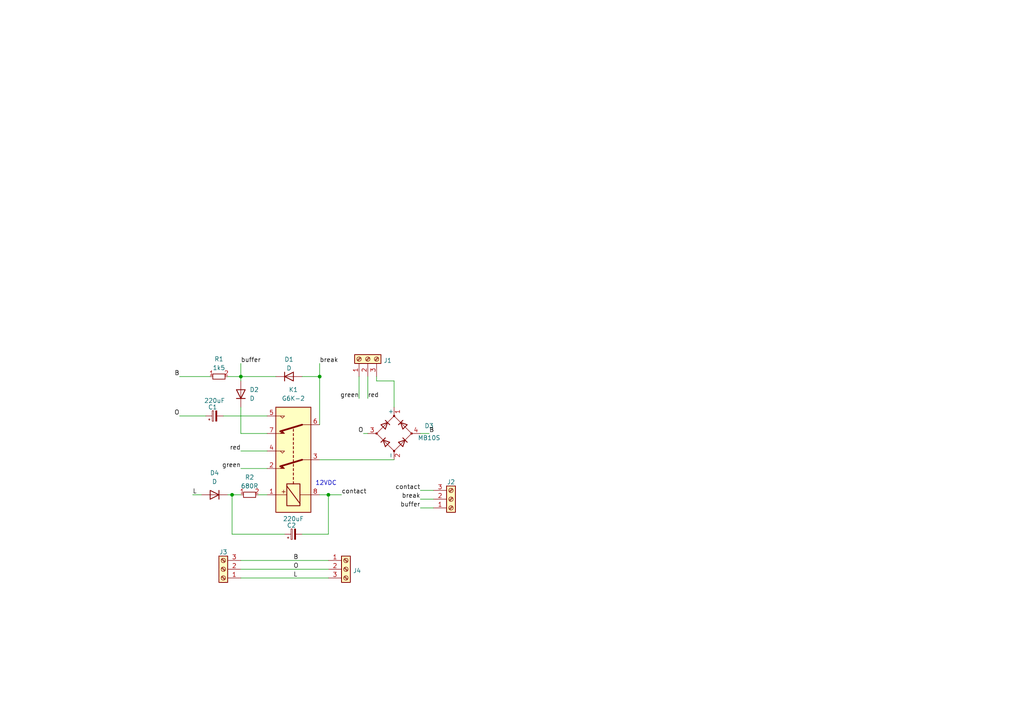
<source format=kicad_sch>
(kicad_sch (version 20230121) (generator eeschema)
  (paper "A4")
  (lib_symbols
    (symbol "Connector:Screw_Terminal_01x03" (pin_names (offset 1.016) hide)
      (property "Reference" "J" (at 0 5.08 0))
      (property "Value" "Screw_Terminal_01x03" (at 0 -5.08 0))
      (symbol "Screw_Terminal_01x03_1_1"
        (rectangle (start -1.27 3.81) (end 1.27 -3.81) (stroke (width 0.254)) (fill (type background)))
        (circle (center 0 -2.54) (radius 0.635) (stroke (width 0.1524)))
        (polyline (pts (xy -0.5334 -2.2098) (xy 0.3302 -3.048)) (stroke (width 0.1524)))
        (polyline (pts (xy -0.5334 0.3302) (xy 0.3302 -0.508)) (stroke (width 0.1524)))
        (polyline (pts (xy -0.5334 2.8702) (xy 0.3302 2.032)) (stroke (width 0.1524)))
        (polyline (pts (xy -0.3556 -2.032) (xy 0.508 -2.8702)) (stroke (width 0.1524)))
        (polyline (pts (xy -0.3556 0.508) (xy 0.508 -0.3302)) (stroke (width 0.1524)))
        (polyline (pts (xy -0.3556 3.048) (xy 0.508 2.2098)) (stroke (width 0.1524)))
        (circle (center 0 0) (radius 0.635) (stroke (width 0.1524)))
        (circle (center 0 2.54) (radius 0.635) (stroke (width 0.1524)))
        (pin passive line (at -5.08 2.54 0) (length 3.81) (name "Pin_1") (number "1"))
        (pin passive line (at -5.08 0 0) (length 3.81) (name "Pin_2") (number "2"))
        (pin passive line (at -5.08 -2.54 0) (length 3.81) (name "Pin_3") (number "3"))
      )
    )
    (symbol "Device:C_Polarized_Small" (pin_numbers hide) (pin_names (offset 0.254) hide)
      (property "Reference" "C" (at 0.254 1.778 0))
      (property "Value" "C_Polarized_Small" (at 0.254 -2.032 0))
      (symbol "C_Polarized_Small_0_1"
        (rectangle (start -1.524 -0.3048) (end 1.524 -0.6858) (fill (type outline)))
        (rectangle (start -1.524 0.6858) (end 1.524 0.3048))
        (polyline (pts (xy -1.27 1.524) (xy -0.762 1.524)))
        (polyline (pts (xy -1.016 1.27) (xy -1.016 1.778)))
      )
      (symbol "C_Polarized_Small_1_1"
        (pin passive line (at 0 2.54 270) (length 1.8542) (name "~") (number "1"))
        (pin passive line (at 0 -2.54 90) (length 1.8542) (name "~") (number "2"))
      )
    )
    (symbol "Device:D" (pin_numbers hide) (pin_names (offset 1.016) hide)
      (property "Reference" "D" (at 0 2.54 0))
      (property "Value" "D" (at 0 -2.54 0))
      (symbol "D_0_1"
        (polyline (pts (xy -1.27 1.27) (xy -1.27 -1.27)) (stroke (width 0.254)))
        (polyline (pts (xy 1.27 0) (xy -1.27 0)))
        (polyline (pts (xy 1.27 1.27) (xy 1.27 -1.27) (xy -1.27 0) (xy 1.27 1.27)) (stroke (width 0.254)))
      )
      (symbol "D_1_1"
        (pin passive line (at -3.81 0 0) (length 2.54) (name "K") (number "1"))
        (pin passive line (at 3.81 0 180) (length 2.54) (name "A") (number "2"))
      )
    )
    (symbol "Relay:G6K-2"
      (property "Reference" "K" (at 16.51 3.81 0))
      (property "Value" "G6K-2" (at 16.51 1.27 0))
      (symbol "G6K-2_0_0"
        (text "+" (at -9.271 2.921 0) (effects (font (size 1.27 1.27))))
      )
      (symbol "G6K-2_0_1"
        (rectangle (start -15.24 5.08) (end 15.24 -5.08) (stroke (width 0.254)) (fill (type background)))
        (rectangle (start -13.335 1.905) (end -6.985 -1.905) (stroke (width 0.254)))
        (polyline (pts (xy -12.7 -1.905) (xy -7.62 1.905)) (stroke (width 0.254)))
        (polyline (pts (xy -10.16 -5.08) (xy -10.16 -1.905)))
        (polyline (pts (xy -10.16 5.08) (xy -10.16 1.905)))
        (polyline (pts (xy -6.985 0) (xy -6.35 0)) (stroke (width 0.254)))
        (polyline (pts (xy -5.715 0) (xy -5.08 0)) (stroke (width 0.254)))
        (polyline (pts (xy -4.445 0) (xy -3.81 0)) (stroke (width 0.254)))
        (polyline (pts (xy -3.175 0) (xy -2.54 0)) (stroke (width 0.254)))
        (polyline (pts (xy -1.905 0) (xy -1.27 0)) (stroke (width 0.254)))
        (polyline (pts (xy -0.635 0) (xy 0 0)) (stroke (width 0.254)))
        (polyline (pts (xy 0 -2.54) (xy -1.905 3.81)) (stroke (width 0.508)))
        (polyline (pts (xy 0 -2.54) (xy 0 -5.08)))
        (polyline (pts (xy 0.635 0) (xy 1.27 0)) (stroke (width 0.254)))
        (polyline (pts (xy 1.905 0) (xy 2.54 0)) (stroke (width 0.254)))
        (polyline (pts (xy 3.175 0) (xy 3.81 0)) (stroke (width 0.254)))
        (polyline (pts (xy 4.445 0) (xy 5.08 0)) (stroke (width 0.254)))
        (polyline (pts (xy 5.715 0) (xy 6.35 0)) (stroke (width 0.254)))
        (polyline (pts (xy 6.985 0) (xy 7.62 0)) (stroke (width 0.254)))
        (polyline (pts (xy 8.255 0) (xy 8.89 0)) (stroke (width 0.254)))
        (polyline (pts (xy 10.16 -2.54) (xy 8.255 3.81)) (stroke (width 0.508)))
        (polyline (pts (xy 10.16 -2.54) (xy 10.16 -5.08)))
        (polyline (pts (xy -2.54 5.08) (xy -2.54 2.54) (xy -1.905 3.175) (xy -2.54 3.81)) (fill (type outline)))
        (polyline (pts (xy 2.54 5.08) (xy 2.54 2.54) (xy 1.905 3.175) (xy 2.54 3.81)))
        (polyline (pts (xy 7.62 5.08) (xy 7.62 2.54) (xy 8.255 3.175) (xy 7.62 3.81)) (fill (type outline)))
        (polyline (pts (xy 12.7 5.08) (xy 12.7 2.54) (xy 12.065 3.175) (xy 12.7 3.81)))
      )
      (symbol "G6K-2_1_1"
        (pin passive line (at -10.16 7.62 270) (length 2.54) (name "~") (number "1"))
        (pin passive line (at -2.54 7.62 270) (length 2.54) (name "~") (number "2"))
        (pin passive line (at 0 -7.62 90) (length 2.54) (name "~") (number "3"))
        (pin passive line (at 2.54 7.62 270) (length 2.54) (name "~") (number "4"))
        (pin passive line (at 12.7 7.62 270) (length 2.54) (name "~") (number "5"))
        (pin passive line (at 10.16 -7.62 90) (length 2.54) (name "~") (number "6"))
        (pin passive line (at 7.62 7.62 270) (length 2.54) (name "~") (number "7"))
        (pin passive line (at -10.16 -7.62 90) (length 2.54) (name "~") (number "8"))
      )
    )
    (symbol "custom_kicad_lib_sk:MB10S" (pin_names (offset 0))
      (property "Reference" "D" (at 2.54 6.985 0))
      (property "Value" "MB10S" (at 2.54 5.08 0))
      (symbol "MB10S_0_1"
        (circle (center -5.08 0) (radius 0.254) (fill (type outline)))
        (circle (center 0 -5.08) (radius 0.254) (fill (type outline)))
        (polyline (pts (xy -2.54 3.81) (xy -1.27 2.54)) (stroke (width 0.254)))
        (polyline (pts (xy -1.27 -2.54) (xy -2.54 -3.81)) (stroke (width 0.254)))
        (polyline (pts (xy 2.54 -1.27) (xy 3.81 -2.54)) (stroke (width 0.254)))
        (polyline (pts (xy 2.54 1.27) (xy 3.81 2.54)) (stroke (width 0.254)))
        (polyline (pts (xy -3.81 2.54) (xy -2.54 1.27) (xy -1.905 3.175) (xy -3.81 2.54)) (stroke (width 0.254)))
        (polyline (pts (xy -2.54 -1.27) (xy -3.81 -2.54) (xy -1.905 -3.175) (xy -2.54 -1.27)) (stroke (width 0.254)))
        (polyline (pts (xy 1.27 2.54) (xy 2.54 3.81) (xy 3.175 1.905) (xy 1.27 2.54)) (stroke (width 0.254)))
        (polyline (pts (xy 3.175 -1.905) (xy 1.27 -2.54) (xy 2.54 -3.81) (xy 3.175 -1.905)) (stroke (width 0.254)))
        (polyline (pts (xy -5.08 0) (xy 0 -5.08) (xy 5.08 0) (xy 0 5.08) (xy -5.08 0)))
        (circle (center 0 5.08) (radius 0.254) (fill (type outline)))
        (circle (center 5.08 0) (radius 0.254) (fill (type outline)))
      )
      (symbol "MB10S_1_1"
        (pin passive line (at 7.62 0 180) (length 2.54) (name "+") (number "1"))
        (pin passive line (at -7.62 0 0) (length 2.54) (name "-") (number "2"))
        (pin passive line (at 0 7.62 270) (length 2.54) (name "~") (number "3"))
        (pin passive line (at 0 -7.62 90) (length 2.54) (name "~") (number "4"))
      )
    )
    (symbol "resistors_0603:R_680R_0603"
      (property "Reference" "R" (at 1.27 2.54 0))
      (property "Value" "680R" (at 2.54 -2.54 0))
      (symbol "R_680R_0603_0_1"
        (rectangle (start -0.762 1.778) (end 0.762 -1.778) (stroke (width 0.2032)))
      )
      (symbol "R_680R_0603_1_1"
        (pin passive line (at 0 2.54 270) (length 0.762) (name "~") (number "1"))
        (pin passive line (at 0 -2.54 90) (length 0.762) (name "~") (number "2"))
      )
    )
    (symbol "resistors_0805:R_1k5_0805"
      (property "Reference" "R" (at 1.27 2.54 0))
      (property "Value" "1k5" (at 2.54 -2.54 0))
      (symbol "R_1k5_0805_0_1"
        (rectangle (start -0.762 1.778) (end 0.762 -1.778) (stroke (width 0.2032)))
      )
      (symbol "R_1k5_0805_1_1"
        (pin passive line (at 0 2.54 270) (length 0.762) (name "~") (number "1"))
        (pin passive line (at 0 -2.54 90) (length 0.762) (name "~") (number "2"))
      )
    )
  )
  (junction (at 69.85 109.22))
  (junction (at 95.25 143.51))
  (junction (at 67.31 143.51))
  (junction (at 92.71 109.22))
  (wire (pts (xy 52.07 120.65) (xy 59.69 120.65)))
  (wire (pts (xy 69.85 125.73) (xy 77.47 125.73)))
  (wire (pts (xy 77.47 135.89) (xy 69.85 135.89)))
  (wire (pts (xy 69.85 162.56) (xy 95.25 162.56)))
  (wire (pts (xy 92.71 109.22) (xy 87.63 109.22)))
  (wire (pts (xy 104.14 109.22) (xy 104.14 115.57)))
  (wire (pts (xy 77.47 130.81) (xy 69.85 130.81)))
  (wire (pts (xy 95.25 143.51) (xy 99.06 143.51)))
  (wire (pts (xy 125.73 147.32) (xy 121.92 147.32)))
  (wire (pts (xy 92.71 143.51) (xy 95.25 143.51)))
  (wire (pts (xy 69.85 105.41) (xy 69.85 109.22)))
  (wire (pts (xy 125.73 144.78) (xy 121.92 144.78)))
  (wire (pts (xy 67.31 143.51) (xy 69.85 143.51)))
  (wire (pts (xy 109.22 109.22) (xy 109.22 110.49)))
  (wire (pts (xy 69.85 109.22) (xy 69.85 110.49)))
  (wire (pts (xy 109.22 110.49) (xy 114.3 110.49)))
  (wire (pts (xy 74.93 143.51) (xy 77.47 143.51)))
  (wire (pts (xy 64.77 120.65) (xy 77.47 120.65)))
  (wire (pts (xy 66.04 143.51) (xy 67.31 143.51)))
  (wire (pts (xy 66.04 109.22) (xy 69.85 109.22)))
  (wire (pts (xy 80.01 109.22) (xy 69.85 109.22)))
  (wire (pts (xy 125.73 142.24) (xy 121.92 142.24)))
  (wire (pts (xy 87.63 154.94) (xy 95.25 154.94)))
  (wire (pts (xy 114.3 110.49) (xy 114.3 118.11)))
  (wire (pts (xy 52.07 109.22) (xy 60.96 109.22)))
  (wire (pts (xy 67.31 154.94) (xy 82.55 154.94)))
  (wire (pts (xy 92.71 123.19) (xy 92.71 109.22)))
  (wire (pts (xy 121.92 125.73) (xy 124.46 125.73)))
  (wire (pts (xy 92.71 105.41) (xy 92.71 109.22)))
  (wire (pts (xy 67.31 154.94) (xy 67.31 143.51)))
  (wire (pts (xy 95.25 154.94) (xy 95.25 143.51)))
  (wire (pts (xy 105.41 125.73) (xy 106.68 125.73)))
  (wire (pts (xy 69.85 167.64) (xy 95.25 167.64)))
  (wire (pts (xy 55.88 143.51) (xy 58.42 143.51)))
  (wire (pts (xy 69.85 118.11) (xy 69.85 125.73)))
  (wire (pts (xy 92.71 133.35) (xy 114.3 133.35)))
  (wire (pts (xy 106.68 109.22) (xy 106.68 115.57)))
  (wire (pts (xy 69.85 165.1) (xy 95.25 165.1)))
  (text "12VDC" (at 91.44 140.97 0) (effects (font (size 1.27 1.27)) (justify left bottom)))
  (label "B" (at 124.46 125.73 0))
  (label "buffer" (at 121.92 147.32 180))
  (label "B" (at 52.07 109.22 180))
  (label "O" (at 85.09 165.1 0))
  (label "B" (at 85.09 162.56 0))
  (label "L" (at 85.09 167.64 0))
  (label "red" (at 106.68 115.57 0))
  (label "break" (at 92.71 105.41 0))
  (label "O" (at 105.41 125.73 180))
  (label "red" (at 69.85 130.81 180))
  (label "L" (at 55.88 143.51 0))
  (label "contact" (at 99.06 143.51 0))
  (label "contact" (at 121.92 142.24 180))
  (label "O" (at 52.07 120.65 180))
  (label "buffer" (at 69.85 105.41 0))
  (label "break" (at 121.92 144.78 180))
  (label "green" (at 104.14 115.57 180))
  (label "green" (at 69.85 135.89 180))
  (symbol (lib_id "Device:D") (at 69.85 114.3 90) (unit 1)
    (property "Reference" "D2" (at 72.39 113.03 90) (effects (justify right)))
    (property "Value" "D" (at 72.39 115.57 90) (effects (justify right)))
    (property "Footprint" "Diode_SMD:D_SOD-123F" (effects hide))
    (property "JLCPCB Part#" "C64898" (effects hide))
  )
  (symbol (lib_id "Device:C_Polarized_Small") (at 85.09 154.94 90) (unit 1)
    (property "Reference" "C2" (at 84.5439 152.3802 90))
    (property "Value" "220uF" (at 85.09 150.495 90))
    (property "Footprint" "Capacitor_SMD:CP_Elec_8x10" (effects hide))
    (property "JLCPCB Part#" "C136294" (effects hide))
  )
  (symbol (lib_id "Connector:Screw_Terminal_01x03") (at 130.81 144.78 0) (mirror x) (unit 1)
    (property "Reference" "J2" (at 130.81 139.8072 0))
    (property "Value" "Screw_Terminal_01x03" (effects hide))
    (property "Footprint" "Connector_Phoenix_MC:PhoenixContact_MC_1,5_3-G-3.81_1x03_P3.81mm_Horizontal" (effects hide))
  )
  (symbol (lib_id "Relay:G6K-2") (at 85.09 133.35 90) (unit 1)
    (property "Reference" "K1" (at 85.09 113.03 90))
    (property "Value" "G6K-2" (at 85.09 115.57 90))
    (property "Footprint" "Relay_SMD:Relay_DPDT_Omron_G6K-2F-Y" (effects hide))
    (property "Datasheet" "http://omronfs.omron.com/en_US/ecb/products/pdf/en-g6k.pdf" (effects hide))
    (property "JLCPCB Part#" "C397192" (effects hide))
  )
  (symbol (lib_id "custom_kicad_lib_sk:MB10S") (at 114.3 125.73 90) (unit 1)
    (property "Reference" "D3" (at 124.46 123.5141 90))
    (property "Value" "MB10S" (at 124.46 127 90))
    (property "Footprint" "Package_TO_SOT_SMD:TO-269AA" (effects hide))
    (property "JLCPCB Part#" "C2488" (effects hide))
  )
  (symbol (lib_id "resistors_0603:R_680R_0603") (at 72.39 143.51 90) (unit 1)
    (property "Reference" "R2" (at 72.39 138.43 90))
    (property "Value" "680R" (at 72.39 140.97 90))
    (property "Footprint" "custom_kicad_lib_sk:R_0603_smalltext" (effects hide))
    (property "JLCPCB Part#" "C17798" (effects hide))
  )
  (symbol (lib_id "Connector:Screw_Terminal_01x03") (at 106.68 104.14 90) (unit 1)
    (property "Reference" "J1" (at 111.252 104.5738 90) (effects (justify right)))
    (property "Value" "Screw_Terminal_01x03" (effects hide))
    (property "Footprint" "Connector_Phoenix_MC:PhoenixContact_MC_1,5_3-G-3.81_1x03_P3.81mm_Horizontal" (effects hide))
  )
  (symbol (lib_id "Connector:Screw_Terminal_01x03") (at 100.33 165.1 0) (unit 1)
    (property "Reference" "J4" (at 102.362 165.5338 0) (effects (justify left)))
    (property "Value" "Screw_Terminal_01x03" (effects hide))
    (property "Footprint" "Connector_Phoenix_MC:PhoenixContact_MC_1,5_3-G-3.81_1x03_P3.81mm_Horizontal" (effects hide))
  )
  (symbol (lib_id "Device:C_Polarized_Small") (at 62.23 120.65 90) (unit 1)
    (property "Reference" "C1" (at 61.6839 118.0902 90))
    (property "Value" "220uF" (at 62.23 116.205 90))
    (property "Footprint" "Capacitor_SMD:CP_Elec_8x10" (effects hide))
    (property "JLCPCB Part#" "C136294" (effects hide))
  )
  (symbol (lib_id "Device:D") (at 62.23 143.51 180) (unit 1)
    (property "Reference" "D4" (at 62.23 137.16 0))
    (property "Value" "D" (at 62.23 139.7 0))
    (property "Footprint" "Diode_SMD:D_SOD-123F" (effects hide))
    (property "JLCPCB Part#" "C64898" (effects hide))
  )
  (symbol (lib_id "Connector:Screw_Terminal_01x03") (at 64.77 165.1 180) (unit 1)
    (property "Reference" "J3" (at 64.77 160.1272 0))
    (property "Value" "Screw_Terminal_01x03" (effects hide))
    (property "Footprint" "Connector_Phoenix_MC:PhoenixContact_MC_1,5_3-G-3.81_1x03_P3.81mm_Horizontal" (effects hide))
  )
  (symbol (lib_id "Device:D") (at 83.82 109.22 0) (unit 1)
    (property "Reference" "D1" (at 83.82 104.2502 0))
    (property "Value" "D" (at 83.82 106.7871 0))
    (property "Footprint" "Diode_SMD:D_SOD-123F" (effects hide))
    (property "JLCPCB Part#" "C64898" (effects hide))
  )
  (symbol (lib_id "resistors_0805:R_1k5_0805") (at 63.5 109.22 90) (unit 1)
    (property "Reference" "R1" (at 63.5 104.14 90))
    (property "Value" "1k5" (at 63.5 106.68 90))
    (property "Footprint" "custom_kicad_lib_sk:R_0805_handsolder-smalltext" (effects hide))
    (property "JLCPCB Part#" "C4310" (effects hide))
  )
)
</source>
